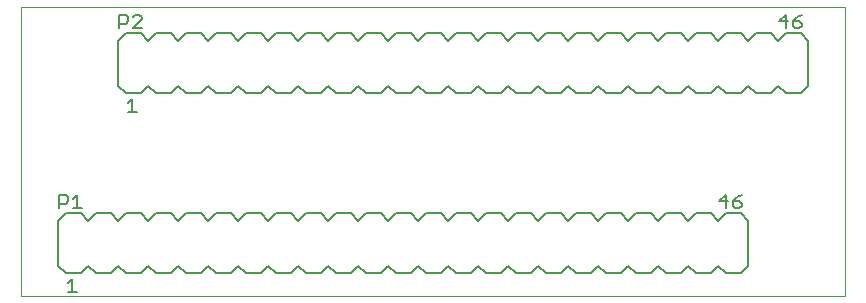
<source format=gto>
G75*
%MOIN*%
%OFA0B0*%
%FSLAX25Y25*%
%IPPOS*%
%LPD*%
%AMOC8*
5,1,8,0,0,1.08239X$1,22.5*
%
%ADD10C,0.00000*%
%ADD11C,0.00600*%
%ADD12C,0.00500*%
D10*
X0001000Y0002000D02*
X0001000Y0098201D01*
X0275921Y0098201D01*
X0275921Y0002000D01*
X0001000Y0002000D01*
D11*
X0013500Y0012000D02*
X0016000Y0009500D01*
X0021000Y0009500D01*
X0023500Y0012000D01*
X0026000Y0009500D01*
X0031000Y0009500D01*
X0033500Y0012000D01*
X0036000Y0009500D01*
X0041000Y0009500D01*
X0043500Y0012000D01*
X0046000Y0009500D01*
X0051000Y0009500D01*
X0053500Y0012000D01*
X0056000Y0009500D01*
X0061000Y0009500D01*
X0063500Y0012000D01*
X0066000Y0009500D01*
X0071000Y0009500D01*
X0073500Y0012000D01*
X0076000Y0009500D01*
X0081000Y0009500D01*
X0083500Y0012000D01*
X0086000Y0009500D01*
X0091000Y0009500D01*
X0093500Y0012000D01*
X0096000Y0009500D01*
X0101000Y0009500D01*
X0103500Y0012000D01*
X0106000Y0009500D01*
X0111000Y0009500D01*
X0113500Y0012000D01*
X0116000Y0009500D01*
X0121000Y0009500D01*
X0123500Y0012000D01*
X0126000Y0009500D01*
X0131000Y0009500D01*
X0133500Y0012000D01*
X0136000Y0009500D01*
X0141000Y0009500D01*
X0143500Y0012000D01*
X0146000Y0009500D01*
X0151000Y0009500D01*
X0153500Y0012000D01*
X0156000Y0009500D01*
X0161000Y0009500D01*
X0163500Y0012000D01*
X0166000Y0009500D01*
X0171000Y0009500D01*
X0173500Y0012000D01*
X0176000Y0009500D01*
X0181000Y0009500D01*
X0183500Y0012000D01*
X0186000Y0009500D01*
X0191000Y0009500D01*
X0193500Y0012000D01*
X0196000Y0009500D01*
X0201000Y0009500D01*
X0203500Y0012000D01*
X0206000Y0009500D01*
X0211000Y0009500D01*
X0213500Y0012000D01*
X0216000Y0009500D01*
X0221000Y0009500D01*
X0223500Y0012000D01*
X0226000Y0009500D01*
X0231000Y0009500D01*
X0233500Y0012000D01*
X0236000Y0009500D01*
X0241000Y0009500D01*
X0243500Y0012000D01*
X0243500Y0027000D01*
X0241000Y0029500D01*
X0236000Y0029500D01*
X0233500Y0027000D01*
X0231000Y0029500D01*
X0226000Y0029500D01*
X0223500Y0027000D01*
X0221000Y0029500D01*
X0216000Y0029500D01*
X0213500Y0027000D01*
X0211000Y0029500D01*
X0206000Y0029500D01*
X0203500Y0027000D01*
X0201000Y0029500D01*
X0196000Y0029500D01*
X0193500Y0027000D01*
X0191000Y0029500D01*
X0186000Y0029500D01*
X0183500Y0027000D01*
X0181000Y0029500D01*
X0176000Y0029500D01*
X0173500Y0027000D01*
X0171000Y0029500D01*
X0166000Y0029500D01*
X0163500Y0027000D01*
X0161000Y0029500D01*
X0156000Y0029500D01*
X0153500Y0027000D01*
X0151000Y0029500D01*
X0146000Y0029500D01*
X0143500Y0027000D01*
X0141000Y0029500D01*
X0136000Y0029500D01*
X0133500Y0027000D01*
X0131000Y0029500D01*
X0126000Y0029500D01*
X0123500Y0027000D01*
X0121000Y0029500D01*
X0116000Y0029500D01*
X0113500Y0027000D01*
X0111000Y0029500D01*
X0106000Y0029500D01*
X0103500Y0027000D01*
X0101000Y0029500D01*
X0096000Y0029500D01*
X0093500Y0027000D01*
X0091000Y0029500D01*
X0086000Y0029500D01*
X0083500Y0027000D01*
X0081000Y0029500D01*
X0076000Y0029500D01*
X0073500Y0027000D01*
X0071000Y0029500D01*
X0066000Y0029500D01*
X0063500Y0027000D01*
X0061000Y0029500D01*
X0056000Y0029500D01*
X0053500Y0027000D01*
X0051000Y0029500D01*
X0046000Y0029500D01*
X0043500Y0027000D01*
X0041000Y0029500D01*
X0036000Y0029500D01*
X0033500Y0027000D01*
X0031000Y0029500D01*
X0026000Y0029500D01*
X0023500Y0027000D01*
X0021000Y0029500D01*
X0016000Y0029500D01*
X0013500Y0027000D01*
X0013500Y0012000D01*
X0036000Y0069500D02*
X0041000Y0069500D01*
X0043500Y0072000D01*
X0046000Y0069500D01*
X0051000Y0069500D01*
X0053500Y0072000D01*
X0056000Y0069500D01*
X0061000Y0069500D01*
X0063500Y0072000D01*
X0066000Y0069500D01*
X0071000Y0069500D01*
X0073500Y0072000D01*
X0076000Y0069500D01*
X0081000Y0069500D01*
X0083500Y0072000D01*
X0086000Y0069500D01*
X0091000Y0069500D01*
X0093500Y0072000D01*
X0096000Y0069500D01*
X0101000Y0069500D01*
X0103500Y0072000D01*
X0106000Y0069500D01*
X0111000Y0069500D01*
X0113500Y0072000D01*
X0116000Y0069500D01*
X0121000Y0069500D01*
X0123500Y0072000D01*
X0126000Y0069500D01*
X0131000Y0069500D01*
X0133500Y0072000D01*
X0136000Y0069500D01*
X0141000Y0069500D01*
X0143500Y0072000D01*
X0146000Y0069500D01*
X0151000Y0069500D01*
X0153500Y0072000D01*
X0156000Y0069500D01*
X0161000Y0069500D01*
X0163500Y0072000D01*
X0166000Y0069500D01*
X0171000Y0069500D01*
X0173500Y0072000D01*
X0176000Y0069500D01*
X0181000Y0069500D01*
X0183500Y0072000D01*
X0186000Y0069500D01*
X0191000Y0069500D01*
X0193500Y0072000D01*
X0196000Y0069500D01*
X0201000Y0069500D01*
X0203500Y0072000D01*
X0206000Y0069500D01*
X0211000Y0069500D01*
X0213500Y0072000D01*
X0216000Y0069500D01*
X0221000Y0069500D01*
X0223500Y0072000D01*
X0226000Y0069500D01*
X0231000Y0069500D01*
X0233500Y0072000D01*
X0236000Y0069500D01*
X0241000Y0069500D01*
X0243500Y0072000D01*
X0246000Y0069500D01*
X0251000Y0069500D01*
X0253500Y0072000D01*
X0256000Y0069500D01*
X0261000Y0069500D01*
X0263500Y0072000D01*
X0263500Y0087000D01*
X0261000Y0089500D01*
X0256000Y0089500D01*
X0253500Y0087000D01*
X0251000Y0089500D01*
X0246000Y0089500D01*
X0243500Y0087000D01*
X0241000Y0089500D01*
X0236000Y0089500D01*
X0233500Y0087000D01*
X0231000Y0089500D01*
X0226000Y0089500D01*
X0223500Y0087000D01*
X0221000Y0089500D01*
X0216000Y0089500D01*
X0213500Y0087000D01*
X0211000Y0089500D01*
X0206000Y0089500D01*
X0203500Y0087000D01*
X0201000Y0089500D01*
X0196000Y0089500D01*
X0193500Y0087000D01*
X0191000Y0089500D01*
X0186000Y0089500D01*
X0183500Y0087000D01*
X0181000Y0089500D01*
X0176000Y0089500D01*
X0173500Y0087000D01*
X0171000Y0089500D01*
X0166000Y0089500D01*
X0163500Y0087000D01*
X0161000Y0089500D01*
X0156000Y0089500D01*
X0153500Y0087000D01*
X0151000Y0089500D01*
X0146000Y0089500D01*
X0143500Y0087000D01*
X0141000Y0089500D01*
X0136000Y0089500D01*
X0133500Y0087000D01*
X0131000Y0089500D01*
X0126000Y0089500D01*
X0123500Y0087000D01*
X0121000Y0089500D01*
X0116000Y0089500D01*
X0113500Y0087000D01*
X0111000Y0089500D01*
X0106000Y0089500D01*
X0103500Y0087000D01*
X0101000Y0089500D01*
X0096000Y0089500D01*
X0093500Y0087000D01*
X0091000Y0089500D01*
X0086000Y0089500D01*
X0083500Y0087000D01*
X0081000Y0089500D01*
X0076000Y0089500D01*
X0073500Y0087000D01*
X0071000Y0089500D01*
X0066000Y0089500D01*
X0063500Y0087000D01*
X0061000Y0089500D01*
X0056000Y0089500D01*
X0053500Y0087000D01*
X0051000Y0089500D01*
X0046000Y0089500D01*
X0043500Y0087000D01*
X0041000Y0089500D01*
X0036000Y0089500D01*
X0033500Y0087000D01*
X0033500Y0072000D01*
X0036000Y0069500D01*
D12*
X0038251Y0067754D02*
X0038251Y0063250D01*
X0036750Y0063250D02*
X0039753Y0063250D01*
X0036750Y0066253D02*
X0038251Y0067754D01*
X0038354Y0091250D02*
X0041356Y0094253D01*
X0041356Y0095003D01*
X0040606Y0095754D01*
X0039105Y0095754D01*
X0038354Y0095003D01*
X0036753Y0095003D02*
X0036753Y0093502D01*
X0036002Y0092751D01*
X0033750Y0092751D01*
X0033750Y0091250D02*
X0033750Y0095754D01*
X0036002Y0095754D01*
X0036753Y0095003D01*
X0038354Y0091250D02*
X0041356Y0091250D01*
X0019855Y0035754D02*
X0019855Y0031250D01*
X0018354Y0031250D02*
X0021356Y0031250D01*
X0016753Y0033502D02*
X0016002Y0032751D01*
X0013750Y0032751D01*
X0016753Y0033502D02*
X0016753Y0035003D01*
X0016002Y0035754D01*
X0013750Y0035754D01*
X0013750Y0031250D01*
X0018354Y0034253D02*
X0019855Y0035754D01*
X0018251Y0007754D02*
X0018251Y0003250D01*
X0016750Y0003250D02*
X0019753Y0003250D01*
X0016750Y0006253D02*
X0018251Y0007754D01*
X0233750Y0033502D02*
X0236753Y0033502D01*
X0238354Y0033502D02*
X0238354Y0032001D01*
X0239105Y0031250D01*
X0240606Y0031250D01*
X0241356Y0032001D01*
X0241356Y0032751D01*
X0240606Y0033502D01*
X0238354Y0033502D01*
X0239855Y0035003D01*
X0241356Y0035754D01*
X0236002Y0035754D02*
X0233750Y0033502D01*
X0236002Y0031250D02*
X0236002Y0035754D01*
X0256002Y0091250D02*
X0256002Y0095754D01*
X0253750Y0093502D01*
X0256753Y0093502D01*
X0258354Y0093502D02*
X0259855Y0095003D01*
X0261356Y0095754D01*
X0260606Y0093502D02*
X0258354Y0093502D01*
X0258354Y0092001D01*
X0259105Y0091250D01*
X0260606Y0091250D01*
X0261356Y0092001D01*
X0261356Y0092751D01*
X0260606Y0093502D01*
M02*

</source>
